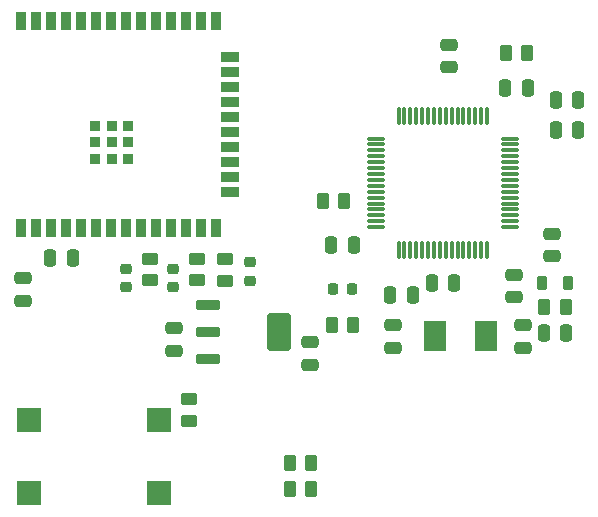
<source format=gtp>
%TF.GenerationSoftware,KiCad,Pcbnew,9.0.7*%
%TF.CreationDate,2026-02-16T18:04:32-06:00*%
%TF.ProjectId,326pcb,33323670-6362-42e6-9b69-6361645f7063,rev?*%
%TF.SameCoordinates,Original*%
%TF.FileFunction,Paste,Top*%
%TF.FilePolarity,Positive*%
%FSLAX46Y46*%
G04 Gerber Fmt 4.6, Leading zero omitted, Abs format (unit mm)*
G04 Created by KiCad (PCBNEW 9.0.7) date 2026-02-16 18:04:32*
%MOMM*%
%LPD*%
G01*
G04 APERTURE LIST*
G04 Aperture macros list*
%AMRoundRect*
0 Rectangle with rounded corners*
0 $1 Rounding radius*
0 $2 $3 $4 $5 $6 $7 $8 $9 X,Y pos of 4 corners*
0 Add a 4 corners polygon primitive as box body*
4,1,4,$2,$3,$4,$5,$6,$7,$8,$9,$2,$3,0*
0 Add four circle primitives for the rounded corners*
1,1,$1+$1,$2,$3*
1,1,$1+$1,$4,$5*
1,1,$1+$1,$6,$7*
1,1,$1+$1,$8,$9*
0 Add four rect primitives between the rounded corners*
20,1,$1+$1,$2,$3,$4,$5,0*
20,1,$1+$1,$4,$5,$6,$7,0*
20,1,$1+$1,$6,$7,$8,$9,0*
20,1,$1+$1,$8,$9,$2,$3,0*%
G04 Aperture macros list end*
%ADD10R,0.900000X0.900000*%
%ADD11R,0.900000X1.500000*%
%ADD12R,1.500000X0.900000*%
%ADD13RoundRect,0.250000X-0.450000X0.262500X-0.450000X-0.262500X0.450000X-0.262500X0.450000X0.262500X0*%
%ADD14RoundRect,0.218750X-0.256250X0.218750X-0.256250X-0.218750X0.256250X-0.218750X0.256250X0.218750X0*%
%ADD15RoundRect,0.250000X-0.250000X-0.475000X0.250000X-0.475000X0.250000X0.475000X-0.250000X0.475000X0*%
%ADD16RoundRect,0.250000X-0.475000X0.250000X-0.475000X-0.250000X0.475000X-0.250000X0.475000X0.250000X0*%
%ADD17RoundRect,0.218750X-0.218750X-0.256250X0.218750X-0.256250X0.218750X0.256250X-0.218750X0.256250X0*%
%ADD18RoundRect,0.250000X-0.262500X-0.450000X0.262500X-0.450000X0.262500X0.450000X-0.262500X0.450000X0*%
%ADD19RoundRect,0.250000X0.250000X0.475000X-0.250000X0.475000X-0.250000X-0.475000X0.250000X-0.475000X0*%
%ADD20RoundRect,0.116250X-0.873750X-0.348750X0.873750X-0.348750X0.873750X0.348750X-0.873750X0.348750X0*%
%ADD21RoundRect,0.247500X-0.742500X-1.367500X0.742500X-1.367500X0.742500X1.367500X-0.742500X1.367500X0*%
%ADD22RoundRect,0.250000X0.262500X0.450000X-0.262500X0.450000X-0.262500X-0.450000X0.262500X-0.450000X0*%
%ADD23RoundRect,0.250000X0.475000X-0.250000X0.475000X0.250000X-0.475000X0.250000X-0.475000X-0.250000X0*%
%ADD24RoundRect,0.033750X0.701250X0.101250X-0.701250X0.101250X-0.701250X-0.101250X0.701250X-0.101250X0*%
%ADD25RoundRect,0.033750X0.101250X0.701250X-0.101250X0.701250X-0.101250X-0.701250X0.101250X-0.701250X0*%
%ADD26RoundRect,0.218750X-0.218750X-0.381250X0.218750X-0.381250X0.218750X0.381250X-0.218750X0.381250X0*%
%ADD27R,2.000000X2.000000*%
%ADD28R,1.900000X2.600000*%
G04 APERTURE END LIST*
D10*
%TO.C,U2*%
X160380000Y-61170000D03*
X158980000Y-61170000D03*
X157580000Y-61170000D03*
X160380000Y-62570000D03*
X158980000Y-62570000D03*
X157580000Y-62570000D03*
X160380000Y-63970000D03*
X158980000Y-63970000D03*
X157580000Y-63970000D03*
D11*
X151260000Y-52320000D03*
X152530000Y-52320000D03*
X153800000Y-52320000D03*
X155070000Y-52320000D03*
X156340000Y-52320000D03*
X157610000Y-52320000D03*
X158880000Y-52320000D03*
X160150000Y-52320000D03*
X161420000Y-52320000D03*
X162690000Y-52320000D03*
X163960000Y-52320000D03*
X165230000Y-52320000D03*
X166500000Y-52320000D03*
X167770000Y-52320000D03*
D12*
X169020000Y-55355000D03*
X169020000Y-56625000D03*
X169020000Y-57895000D03*
X169020000Y-59165000D03*
X169020000Y-60435000D03*
X169020000Y-61705000D03*
X169020000Y-62975000D03*
X169020000Y-64245000D03*
X169020000Y-65515000D03*
X169020000Y-66785000D03*
D11*
X167770000Y-69820000D03*
X166500000Y-69820000D03*
X165230000Y-69820000D03*
X163960000Y-69820000D03*
X162690000Y-69820000D03*
X161420000Y-69820000D03*
X160150000Y-69820000D03*
X158880000Y-69820000D03*
X157610000Y-69820000D03*
X156340000Y-69820000D03*
X155070000Y-69820000D03*
X153800000Y-69820000D03*
X152530000Y-69820000D03*
X151260000Y-69820000D03*
%TD*%
D13*
%TO.C,R8*%
X168520000Y-72457500D03*
X168520000Y-74282500D03*
%TD*%
D14*
%TO.C,WS*%
X164170000Y-73280000D03*
X164170000Y-74855000D03*
%TD*%
%TO.C,AP*%
X170690000Y-72742500D03*
X170690000Y-74317500D03*
%TD*%
D15*
%TO.C,C10*%
X153750000Y-72350000D03*
X155650000Y-72350000D03*
%TD*%
D16*
%TO.C,C12*%
X175720000Y-79510000D03*
X175720000Y-81410000D03*
%TD*%
D13*
%TO.C,R6*%
X162200000Y-72437500D03*
X162200000Y-74262500D03*
%TD*%
D17*
%TO.C,D4*%
X179287500Y-75000000D03*
X177712500Y-75000000D03*
%TD*%
D13*
%TO.C,R7*%
X166200000Y-72437500D03*
X166200000Y-74262500D03*
%TD*%
D16*
%TO.C,C11*%
X164210000Y-78300000D03*
X164210000Y-80200000D03*
%TD*%
D18*
%TO.C,R10*%
X179412500Y-78000000D03*
X177587500Y-78000000D03*
%TD*%
%TO.C,R3*%
X176837500Y-67500000D03*
X178662500Y-67500000D03*
%TD*%
D19*
%TO.C,C9*%
X177550000Y-71250000D03*
X179450000Y-71250000D03*
%TD*%
D16*
%TO.C,C14*%
X151440000Y-74067500D03*
X151440000Y-75967500D03*
%TD*%
D14*
%TO.C,Net*%
X160200000Y-73280000D03*
X160200000Y-74855000D03*
%TD*%
D20*
%TO.C,U3*%
X167105000Y-76340000D03*
X167105000Y-78640000D03*
X167105000Y-80940000D03*
D21*
X173135000Y-78640000D03*
%TD*%
D22*
%TO.C,R2*%
X194162500Y-55000000D03*
X192337500Y-55000000D03*
%TD*%
D23*
%TO.C,C16*%
X187500000Y-56200000D03*
X187500000Y-54300000D03*
%TD*%
D22*
%TO.C,R1*%
X197412500Y-76500000D03*
X195587500Y-76500000D03*
%TD*%
D19*
%TO.C,C15*%
X184450000Y-75500000D03*
X182550000Y-75500000D03*
%TD*%
%TO.C,C6*%
X197450000Y-78750000D03*
X195550000Y-78750000D03*
%TD*%
D23*
%TO.C,C5*%
X193000000Y-75700000D03*
X193000000Y-73800000D03*
%TD*%
D19*
%TO.C,C4*%
X198450000Y-59000000D03*
X196550000Y-59000000D03*
%TD*%
D24*
%TO.C,U1*%
X192670000Y-69750000D03*
X192669999Y-69250000D03*
X192669999Y-68750000D03*
X192670000Y-68250000D03*
X192670000Y-67749999D03*
X192670000Y-67250000D03*
X192670000Y-66750001D03*
X192670000Y-66250000D03*
X192670000Y-65750000D03*
X192670000Y-65249999D03*
X192670001Y-64749999D03*
X192670000Y-64250001D03*
X192670000Y-63750000D03*
X192670000Y-63250000D03*
X192669999Y-62750000D03*
X192669999Y-62249999D03*
D25*
X190750000Y-60330000D03*
X190250000Y-60330001D03*
X189750000Y-60330001D03*
X189250000Y-60330000D03*
X188749999Y-60330000D03*
X188250000Y-60330000D03*
X187750001Y-60330000D03*
X187250000Y-60330000D03*
X186750000Y-60330000D03*
X186249999Y-60330000D03*
X185749999Y-60329999D03*
X185250001Y-60330000D03*
X184750000Y-60330000D03*
X184250000Y-60330000D03*
X183750000Y-60330001D03*
X183249999Y-60330001D03*
D24*
X181330000Y-62250000D03*
X181330001Y-62750000D03*
X181330001Y-63250000D03*
X181330000Y-63750000D03*
X181330000Y-64250001D03*
X181330000Y-64750000D03*
X181330000Y-65249999D03*
X181330000Y-65750000D03*
X181330000Y-66250000D03*
X181330000Y-66750001D03*
X181329999Y-67250001D03*
X181330000Y-67749999D03*
X181330000Y-68250000D03*
X181330000Y-68750000D03*
X181330001Y-69250000D03*
X181330001Y-69750001D03*
D25*
X183250000Y-71670000D03*
X183750000Y-71669999D03*
X184250000Y-71669999D03*
X184750000Y-71670000D03*
X185250001Y-71670000D03*
X185750000Y-71670000D03*
X186249999Y-71670000D03*
X186750000Y-71670000D03*
X187250000Y-71670000D03*
X187750001Y-71670000D03*
X188250001Y-71670001D03*
X188749999Y-71670000D03*
X189250000Y-71670000D03*
X189750000Y-71670000D03*
X190250000Y-71669999D03*
X190750001Y-71669999D03*
%TD*%
D23*
%TO.C,C2*%
X196250000Y-72200000D03*
X196250000Y-70300000D03*
%TD*%
D16*
%TO.C,C7*%
X193750000Y-78050000D03*
X193750000Y-79950000D03*
%TD*%
D15*
%TO.C,C3*%
X196550000Y-61500000D03*
X198450000Y-61500000D03*
%TD*%
D19*
%TO.C,C1*%
X187950000Y-74500000D03*
X186050000Y-74500000D03*
%TD*%
D26*
%TO.C,L1*%
X195437500Y-74500000D03*
X197562500Y-74500000D03*
%TD*%
D13*
%TO.C,R5*%
X165500000Y-84337500D03*
X165500000Y-86162500D03*
%TD*%
D27*
%TO.C,J7*%
X152000000Y-92250000D03*
X163000000Y-92250000D03*
X163000000Y-86100000D03*
X152000000Y-86100000D03*
%TD*%
D16*
%TO.C,C8*%
X182750000Y-78050000D03*
X182750000Y-79950000D03*
%TD*%
D18*
%TO.C,R4*%
X174037500Y-91960000D03*
X175862500Y-91960000D03*
%TD*%
D15*
%TO.C,C13*%
X192300000Y-58000000D03*
X194200000Y-58000000D03*
%TD*%
D18*
%TO.C,R9*%
X174037500Y-89710000D03*
X175862500Y-89710000D03*
%TD*%
D28*
%TO.C,Y1*%
X190650001Y-79000000D03*
X186349999Y-79000000D03*
%TD*%
M02*

</source>
